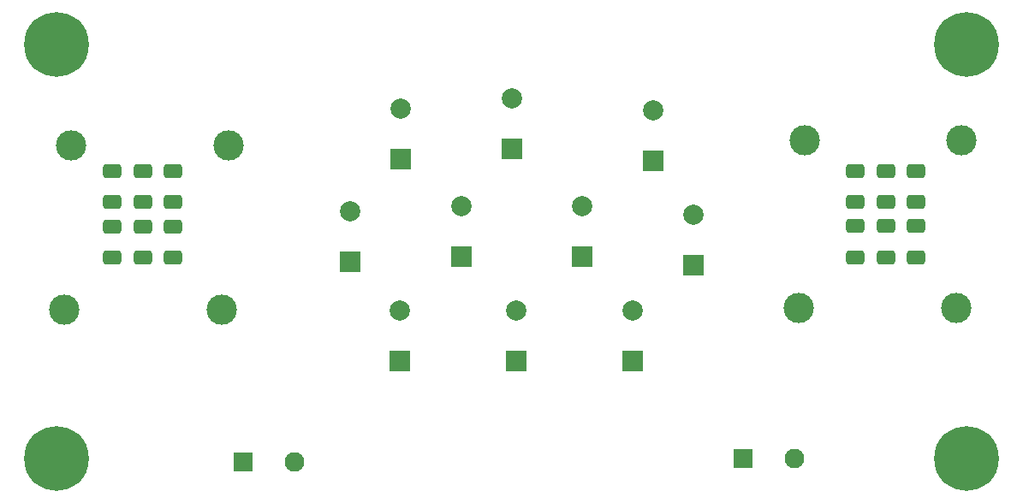
<source format=gbs>
G04 #@! TF.GenerationSoftware,KiCad,Pcbnew,7.0.1*
G04 #@! TF.CreationDate,2023-07-21T17:07:26+02:00*
G04 #@! TF.ProjectId,K_PSU_filter,4b5f5053-555f-4666-996c-7465722e6b69,rev?*
G04 #@! TF.SameCoordinates,Original*
G04 #@! TF.FileFunction,Soldermask,Bot*
G04 #@! TF.FilePolarity,Negative*
%FSLAX46Y46*%
G04 Gerber Fmt 4.6, Leading zero omitted, Abs format (unit mm)*
G04 Created by KiCad (PCBNEW 7.0.1) date 2023-07-21 17:07:26*
%MOMM*%
%LPD*%
G01*
G04 APERTURE LIST*
G04 Aperture macros list*
%AMRoundRect*
0 Rectangle with rounded corners*
0 $1 Rounding radius*
0 $2 $3 $4 $5 $6 $7 $8 $9 X,Y pos of 4 corners*
0 Add a 4 corners polygon primitive as box body*
4,1,4,$2,$3,$4,$5,$6,$7,$8,$9,$2,$3,0*
0 Add four circle primitives for the rounded corners*
1,1,$1+$1,$2,$3*
1,1,$1+$1,$4,$5*
1,1,$1+$1,$6,$7*
1,1,$1+$1,$8,$9*
0 Add four rect primitives between the rounded corners*
20,1,$1+$1,$2,$3,$4,$5,0*
20,1,$1+$1,$4,$5,$6,$7,0*
20,1,$1+$1,$6,$7,$8,$9,0*
20,1,$1+$1,$8,$9,$2,$3,0*%
G04 Aperture macros list end*
%ADD10R,2.000000X2.000000*%
%ADD11C,2.000000*%
%ADD12C,3.000000*%
%ADD13R,1.950000X1.950000*%
%ADD14C,1.950000*%
%ADD15C,6.400000*%
%ADD16RoundRect,0.250000X0.650000X-0.412500X0.650000X0.412500X-0.650000X0.412500X-0.650000X-0.412500X0*%
G04 APERTURE END LIST*
D10*
X154000000Y-50367677D03*
D11*
X154000000Y-45367677D03*
D10*
X154450000Y-71367677D03*
D11*
X154450000Y-66367677D03*
D12*
X109760478Y-66239522D03*
X125316827Y-66239522D03*
D10*
X168000000Y-51500000D03*
D11*
X168000000Y-46500000D03*
D13*
X176920000Y-81000000D03*
D14*
X182000000Y-81000000D03*
D12*
X182380239Y-66119761D03*
X197936588Y-66119761D03*
D15*
X109000000Y-40000000D03*
X199000000Y-81000000D03*
D10*
X142900000Y-71367677D03*
D11*
X142900000Y-66367677D03*
D10*
X172000000Y-61867677D03*
D11*
X172000000Y-56867677D03*
D10*
X138000000Y-61500000D03*
D11*
X138000000Y-56500000D03*
D10*
X143000000Y-51367677D03*
D11*
X143000000Y-46367677D03*
D10*
X149000000Y-61000000D03*
D11*
X149000000Y-56000000D03*
D12*
X126000000Y-50000000D03*
X110443651Y-50000000D03*
D10*
X166000000Y-71367677D03*
D11*
X166000000Y-66367677D03*
D13*
X127460000Y-81300000D03*
D14*
X132540000Y-81300000D03*
D15*
X109000000Y-81000000D03*
D10*
X161000000Y-61000000D03*
D11*
X161000000Y-56000000D03*
D12*
X198500000Y-49500000D03*
X182943651Y-49500000D03*
D15*
X199000000Y-40000000D03*
D16*
X120500000Y-55625000D03*
X120500000Y-52500000D03*
X188000000Y-61062500D03*
X188000000Y-57937500D03*
X117500000Y-61125000D03*
X117500000Y-58000000D03*
X120500000Y-61125000D03*
X120500000Y-58000000D03*
X117500000Y-55625000D03*
X117500000Y-52500000D03*
X191000000Y-55625000D03*
X191000000Y-52500000D03*
X194000000Y-55625000D03*
X194000000Y-52500000D03*
X194000000Y-61062500D03*
X194000000Y-57937500D03*
X188000000Y-55625000D03*
X188000000Y-52500000D03*
X114500000Y-61125000D03*
X114500000Y-58000000D03*
X114500000Y-55625000D03*
X114500000Y-52500000D03*
X191000000Y-61062500D03*
X191000000Y-57937500D03*
M02*

</source>
